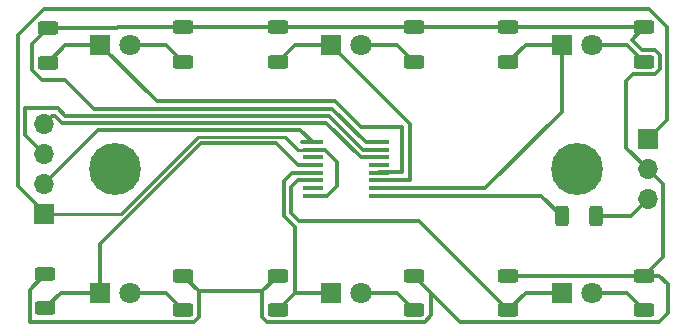
<source format=gbr>
%TF.GenerationSoftware,KiCad,Pcbnew,6.0.11-3.fc37*%
%TF.CreationDate,2023-02-25T11:37:34-07:00*%
%TF.ProjectId,lightPCB,6c696768-7450-4434-922e-6b696361645f,rev?*%
%TF.SameCoordinates,PX69db9c0PY6779420*%
%TF.FileFunction,Copper,L1,Top*%
%TF.FilePolarity,Positive*%
%FSLAX46Y46*%
G04 Gerber Fmt 4.6, Leading zero omitted, Abs format (unit mm)*
G04 Created by KiCad (PCBNEW 6.0.11-3.fc37) date 2023-02-25 11:37:34*
%MOMM*%
%LPD*%
G01*
G04 APERTURE LIST*
G04 Aperture macros list*
%AMRoundRect*
0 Rectangle with rounded corners*
0 $1 Rounding radius*
0 $2 $3 $4 $5 $6 $7 $8 $9 X,Y pos of 4 corners*
0 Add a 4 corners polygon primitive as box body*
4,1,4,$2,$3,$4,$5,$6,$7,$8,$9,$2,$3,0*
0 Add four circle primitives for the rounded corners*
1,1,$1+$1,$2,$3*
1,1,$1+$1,$4,$5*
1,1,$1+$1,$6,$7*
1,1,$1+$1,$8,$9*
0 Add four rect primitives between the rounded corners*
20,1,$1+$1,$2,$3,$4,$5,0*
20,1,$1+$1,$4,$5,$6,$7,0*
20,1,$1+$1,$6,$7,$8,$9,0*
20,1,$1+$1,$8,$9,$2,$3,0*%
G04 Aperture macros list end*
%TA.AperFunction,SMDPad,CuDef*%
%ADD10RoundRect,0.250000X0.625000X-0.312500X0.625000X0.312500X-0.625000X0.312500X-0.625000X-0.312500X0*%
%TD*%
%TA.AperFunction,ComponentPad*%
%ADD11R,1.800000X1.800000*%
%TD*%
%TA.AperFunction,ComponentPad*%
%ADD12C,1.800000*%
%TD*%
%TA.AperFunction,ComponentPad*%
%ADD13C,4.400000*%
%TD*%
%TA.AperFunction,ComponentPad*%
%ADD14R,1.700000X1.700000*%
%TD*%
%TA.AperFunction,ComponentPad*%
%ADD15O,1.700000X1.700000*%
%TD*%
%TA.AperFunction,SMDPad,CuDef*%
%ADD16RoundRect,0.250000X0.312500X0.625000X-0.312500X0.625000X-0.312500X-0.625000X0.312500X-0.625000X0*%
%TD*%
%TA.AperFunction,SMDPad,CuDef*%
%ADD17R,1.676400X0.355600*%
%TD*%
%TA.AperFunction,Conductor*%
%ADD18C,0.300000*%
%TD*%
%TA.AperFunction,Conductor*%
%ADD19C,0.250000*%
%TD*%
G04 APERTURE END LIST*
D10*
%TO.P,R12,1*%
%TO.N,Net-(LR3-Pad2)*%
X55000000Y24037500D03*
%TO.P,R12,2*%
%TO.N,Net-(U1-Pad16)*%
X55000000Y26962500D03*
%TD*%
D11*
%TO.P,LY2,1,K*%
%TO.N,Net-(U1-Pad5)*%
X28474968Y4500000D03*
D12*
%TO.P,LY2,2,A*%
%TO.N,Net-(LY2-Pad2)*%
X31014968Y4500000D03*
%TD*%
D10*
%TO.P,R9,1*%
%TO.N,Net-(LY3-Pad2)*%
X55000000Y3037500D03*
%TO.P,R9,2*%
%TO.N,Net-(U1-Pad16)*%
X55000000Y5962500D03*
%TD*%
%TO.P,R1,1*%
%TO.N,Net-(U1-Pad4)*%
X4300000Y3175000D03*
%TO.P,R1,2*%
%TO.N,Net-(U1-Pad16)*%
X4300000Y6100000D03*
%TD*%
D11*
%TO.P,LR2,1,K*%
%TO.N,Net-(U1-Pad11)*%
X28474968Y25500000D03*
D12*
%TO.P,LR2,2,A*%
%TO.N,Net-(LR2-Pad2)*%
X31014968Y25500000D03*
%TD*%
D13*
%TO.P,H1,1*%
%TO.N,N/C*%
X10199968Y15000000D03*
%TD*%
D14*
%TO.P,J2,1,Pin_1*%
%TO.N,GND*%
X55299968Y17525000D03*
D15*
%TO.P,J2,2,Pin_2*%
%TO.N,Net-(U1-Pad16)*%
X55299968Y14985000D03*
%TO.P,J2,3,Pin_3*%
%TO.N,Net-(J2-Pad3)*%
X55299968Y12445000D03*
%TD*%
D10*
%TO.P,R11,1*%
%TO.N,Net-(LR2-Pad2)*%
X35500000Y24075000D03*
%TO.P,R11,2*%
%TO.N,Net-(U1-Pad16)*%
X35500000Y27000000D03*
%TD*%
%TO.P,R7,1*%
%TO.N,Net-(LY1-Pad2)*%
X16000000Y3037500D03*
%TO.P,R7,2*%
%TO.N,Net-(U1-Pad16)*%
X16000000Y5962500D03*
%TD*%
D11*
%TO.P,LR3,1,K*%
%TO.N,Net-(U1-Pad10)*%
X48024968Y25500000D03*
D12*
%TO.P,LR3,2,A*%
%TO.N,Net-(LR3-Pad2)*%
X50564968Y25500000D03*
%TD*%
D10*
%TO.P,R10,1*%
%TO.N,Net-(LR1-Pad2)*%
X16000000Y24037500D03*
%TO.P,R10,2*%
%TO.N,Net-(U1-Pad16)*%
X16000000Y26962500D03*
%TD*%
%TO.P,R4,1*%
%TO.N,Net-(U1-Pad12)*%
X4500000Y23987500D03*
%TO.P,R4,2*%
%TO.N,Net-(U1-Pad16)*%
X4500000Y26912500D03*
%TD*%
D11*
%TO.P,LR1,1,K*%
%TO.N,Net-(U1-Pad12)*%
X8924968Y25500000D03*
D12*
%TO.P,LR1,2,A*%
%TO.N,Net-(LR1-Pad2)*%
X11464968Y25500000D03*
%TD*%
D10*
%TO.P,R5,1*%
%TO.N,Net-(U1-Pad11)*%
X24000000Y24037500D03*
%TO.P,R5,2*%
%TO.N,Net-(U1-Pad16)*%
X24000000Y26962500D03*
%TD*%
D13*
%TO.P,H2,1*%
%TO.N,N/C*%
X49299968Y15000000D03*
%TD*%
D16*
%TO.P,R13,1*%
%TO.N,Net-(J2-Pad3)*%
X50962500Y11000000D03*
%TO.P,R13,2*%
%TO.N,Net-(U1-Pad9)*%
X48037500Y11000000D03*
%TD*%
D10*
%TO.P,R3,1*%
%TO.N,Net-(U1-Pad6)*%
X43500000Y3037500D03*
%TO.P,R3,2*%
%TO.N,Net-(U1-Pad16)*%
X43500000Y5962500D03*
%TD*%
D14*
%TO.P,J1,1,Pin_1*%
%TO.N,GND*%
X4199968Y11200000D03*
D15*
%TO.P,J1,2,Pin_2*%
%TO.N,Net-(J1-Pad2)*%
X4199968Y13740000D03*
%TO.P,J1,3,Pin_3*%
%TO.N,Net-(U1-Pad15)*%
X4199968Y16280000D03*
%TO.P,J1,4,Pin_4*%
%TO.N,Net-(U1-Pad14)*%
X4199968Y18820000D03*
%TD*%
D10*
%TO.P,R2,1*%
%TO.N,Net-(U1-Pad5)*%
X24000000Y3037500D03*
%TO.P,R2,2*%
%TO.N,Net-(U1-Pad16)*%
X24000000Y5962500D03*
%TD*%
D17*
%TO.P,U1,1,VCCI*%
%TO.N,Net-(J1-Pad2)*%
X26925568Y17274999D03*
%TO.P,U1,2,ADDR*%
%TO.N,GND*%
X26925568Y16625001D03*
%TO.P,U1,3,\u002ARESET*%
%TO.N,unconnected-(U1-Pad3)*%
X26925568Y15974999D03*
%TO.P,U1,4,P0*%
%TO.N,Net-(U1-Pad4)*%
X26925568Y15325001D03*
%TO.P,U1,5,P1*%
%TO.N,Net-(U1-Pad5)*%
X26925568Y14675002D03*
%TO.P,U1,6,P2*%
%TO.N,Net-(U1-Pad6)*%
X26925568Y14025001D03*
%TO.P,U1,7,P3*%
%TO.N,unconnected-(U1-Pad7)*%
X26925568Y13375002D03*
%TO.P,U1,8,GND*%
%TO.N,GND*%
X26925568Y12725001D03*
%TO.P,U1,9,P4*%
%TO.N,Net-(U1-Pad9)*%
X32564368Y12725001D03*
%TO.P,U1,10,P5*%
%TO.N,Net-(U1-Pad10)*%
X32564368Y13374999D03*
%TO.P,U1,11,P6*%
%TO.N,Net-(U1-Pad11)*%
X32564368Y14025001D03*
%TO.P,U1,12,P7*%
%TO.N,Net-(U1-Pad12)*%
X32564368Y14674999D03*
%TO.P,U1,13,\u002AINT*%
%TO.N,unconnected-(U1-Pad13)*%
X32564368Y15324998D03*
%TO.P,U1,14,SCL*%
%TO.N,Net-(U1-Pad14)*%
X32564368Y15974999D03*
%TO.P,U1,15,SDA*%
%TO.N,Net-(U1-Pad15)*%
X32564368Y16624998D03*
%TO.P,U1,16,VCCP*%
%TO.N,Net-(U1-Pad16)*%
X32564368Y17274999D03*
%TD*%
D10*
%TO.P,R6,1*%
%TO.N,Net-(U1-Pad10)*%
X43500000Y24037500D03*
%TO.P,R6,2*%
%TO.N,Net-(U1-Pad16)*%
X43500000Y26962500D03*
%TD*%
D11*
%TO.P,LY3,1,K*%
%TO.N,Net-(U1-Pad6)*%
X48024968Y4500000D03*
D12*
%TO.P,LY3,2,A*%
%TO.N,Net-(LY3-Pad2)*%
X50564968Y4500000D03*
%TD*%
D10*
%TO.P,R8,1*%
%TO.N,Net-(LY2-Pad2)*%
X35500000Y3037500D03*
%TO.P,R8,2*%
%TO.N,Net-(U1-Pad16)*%
X35500000Y5962500D03*
%TD*%
D11*
%TO.P,LY1,1,K*%
%TO.N,Net-(U1-Pad4)*%
X8924968Y4500000D03*
D12*
%TO.P,LY1,2,A*%
%TO.N,Net-(LY1-Pad2)*%
X11464968Y4500000D03*
%TD*%
D18*
%TO.N,GND*%
X2000000Y13500000D02*
X4199968Y11300032D01*
D19*
X24609567Y17725000D02*
X17225000Y17725000D01*
D18*
X2000000Y26339949D02*
X2000000Y13500000D01*
X29000000Y15602799D02*
X27977798Y16625001D01*
D19*
X26925568Y16625001D02*
X25709566Y16625001D01*
D18*
X29000000Y13533434D02*
X29000000Y15602799D01*
X55299968Y17525000D02*
X56925000Y19150032D01*
D19*
X10700000Y11200000D02*
X4199968Y11200000D01*
D18*
X26925568Y12725001D02*
X28191567Y12725001D01*
X27977798Y16625001D02*
X26925568Y16625001D01*
X4160051Y28500000D02*
X2000000Y26339949D01*
X56925000Y26964949D02*
X55389949Y28500000D01*
D19*
X25709566Y16625001D02*
X24609567Y17725000D01*
X17225000Y17725000D02*
X10700000Y11200000D01*
D18*
X56925000Y19150032D02*
X56925000Y26964949D01*
X4199968Y11300032D02*
X4199968Y11200000D01*
X28191567Y12725001D02*
X29000000Y13533434D01*
X55389949Y28500000D02*
X4160051Y28500000D01*
%TO.N,Net-(J1-Pad2)*%
X26072740Y17274999D02*
X26925568Y17274999D01*
X8759968Y18300000D02*
X4199968Y13740000D01*
X26925568Y17274999D02*
X25900567Y18300000D01*
X25900567Y18300000D02*
X8759968Y18300000D01*
%TO.N,Net-(U1-Pad15)*%
X32564368Y16624998D02*
X31223530Y16624998D01*
X31223530Y16624998D02*
X28348528Y19500000D01*
X2600000Y17879968D02*
X4199968Y16280000D01*
X5380000Y20120000D02*
X2620000Y20120000D01*
X6000000Y19500000D02*
X5380000Y20120000D01*
X2620000Y20120000D02*
X2600000Y20100000D01*
X2600000Y20100000D02*
X2600000Y17879968D01*
X28348528Y19500000D02*
X6000000Y19500000D01*
%TO.N,Net-(U1-Pad14)*%
X5751472Y18900000D02*
X5151472Y19500000D01*
X4879968Y19500000D02*
X4199968Y18820000D01*
X31025001Y15974999D02*
X28100000Y18900000D01*
X32564368Y15974999D02*
X31025001Y15974999D01*
X5151472Y19500000D02*
X4879968Y19500000D01*
X28100000Y18900000D02*
X5751472Y18900000D01*
%TO.N,Net-(U1-Pad16)*%
X55914949Y25050000D02*
X56325000Y24639949D01*
X24037500Y27000000D02*
X24000000Y26962500D01*
X31422057Y17274999D02*
X28597056Y20100000D01*
X6000000Y22500000D02*
X4060051Y22500000D01*
X22675000Y4637500D02*
X24000000Y5962500D01*
X17325000Y4637500D02*
X16000000Y5962500D01*
X4300000Y6100000D02*
X2975000Y4775000D01*
X4060051Y22500000D02*
X3175000Y23385051D01*
X55000000Y26962500D02*
X53961764Y25924264D01*
X56599968Y13685000D02*
X55299968Y14985000D01*
X2975000Y2025000D02*
X3000000Y2000000D01*
X23085051Y2025000D02*
X36414949Y2025000D01*
X2975000Y4775000D02*
X2975000Y2025000D01*
X43500000Y26962500D02*
X35537500Y26962500D01*
X54836028Y25050000D02*
X55914949Y25050000D01*
X55000000Y5962500D02*
X43500000Y5962500D01*
X56325000Y24639949D02*
X56325000Y23435051D01*
X10412500Y26912500D02*
X4500000Y26912500D01*
X17325000Y2435051D02*
X17325000Y4637500D01*
X53961764Y25924264D02*
X54836028Y25050000D01*
X22675000Y2435051D02*
X23085051Y2025000D01*
X22675000Y4637500D02*
X22675000Y2435051D01*
X16889949Y2000000D02*
X17325000Y2435051D01*
X35537500Y26962500D02*
X35500000Y27000000D01*
X10462500Y26962500D02*
X10412500Y26912500D01*
X3000000Y2000000D02*
X16889949Y2000000D01*
X56287500Y5962500D02*
X55000000Y5962500D01*
X55914949Y23025000D02*
X54085051Y23025000D01*
X39437500Y2025000D02*
X56219974Y2025000D01*
X56325000Y23435051D02*
X55914949Y23025000D01*
X32564368Y17274999D02*
X31422057Y17274999D01*
X56599968Y7562468D02*
X56599968Y13685000D01*
X16000000Y26962500D02*
X10462500Y26962500D01*
X17325000Y4637500D02*
X22675000Y4637500D01*
X55000000Y5962500D02*
X56599968Y7562468D01*
X37000000Y4462500D02*
X35500000Y5962500D01*
X53500000Y22439949D02*
X53500000Y16784968D01*
X24000000Y26962500D02*
X16000000Y26962500D01*
X36414949Y2025000D02*
X37000000Y2610051D01*
X53500000Y16784968D02*
X55299968Y14985000D01*
X8400000Y20100000D02*
X6000000Y22500000D01*
X57000000Y2805026D02*
X57000000Y5250000D01*
X4437500Y5962500D02*
X4300000Y6100000D01*
X43500000Y26962500D02*
X55000000Y26962500D01*
X57000000Y5250000D02*
X56287500Y5962500D01*
X54085051Y23025000D02*
X53500000Y22439949D01*
X3175000Y23385051D02*
X3175000Y25587500D01*
X35500000Y27000000D02*
X24037500Y27000000D01*
X37000000Y2610051D02*
X37000000Y4462500D01*
X35500000Y5962500D02*
X39437500Y2025000D01*
X56219974Y2025000D02*
X57000000Y2805026D01*
X28597056Y20100000D02*
X8400000Y20100000D01*
X3175000Y25587500D02*
X4500000Y26912500D01*
%TO.N,Net-(J2-Pad3)*%
X50962500Y11000000D02*
X53854968Y11000000D01*
X53854968Y11000000D02*
X55299968Y12445000D01*
%TO.N,Net-(U1-Pad12)*%
X32542169Y14697198D02*
X32564368Y14674999D01*
X34500000Y18500000D02*
X34500000Y14697198D01*
X28845584Y20700000D02*
X31045584Y18500000D01*
X31045584Y18500000D02*
X34500000Y18500000D01*
X8924968Y25500000D02*
X13724968Y20700000D01*
X34500000Y14697198D02*
X32542169Y14697198D01*
X13724968Y20700000D02*
X28845584Y20700000D01*
X6012500Y25500000D02*
X8924968Y25500000D01*
X4500000Y23987500D02*
X6012500Y25500000D01*
%TO.N,Net-(LR1-Pad2)*%
X16000000Y24037500D02*
X14537500Y25500000D01*
X14537500Y25500000D02*
X11464968Y25500000D01*
%TO.N,Net-(U1-Pad11)*%
X25462500Y25500000D02*
X28474968Y25500000D01*
X24000000Y24037500D02*
X25462500Y25500000D01*
X28474968Y25500000D02*
X35173529Y18801439D01*
X35173529Y14025001D02*
X32564368Y14025001D01*
X35173529Y18801439D02*
X35173529Y14025001D01*
%TO.N,Net-(LR2-Pad2)*%
X35500000Y24075000D02*
X34075000Y25500000D01*
X34075000Y25500000D02*
X31014968Y25500000D01*
%TO.N,Net-(U1-Pad10)*%
X48024968Y25500000D02*
X48024968Y19827912D01*
X41572055Y13374999D02*
X32564368Y13374999D01*
X48024968Y19827912D02*
X41572055Y13374999D01*
X43500000Y24037500D02*
X44962500Y25500000D01*
X44962500Y25500000D02*
X48024968Y25500000D01*
%TO.N,Net-(LR3-Pad2)*%
X53537500Y25500000D02*
X50564968Y25500000D01*
X55000000Y24037500D02*
X53537500Y25500000D01*
%TO.N,Net-(U1-Pad4)*%
X8924968Y4500000D02*
X8924968Y8611796D01*
X4300000Y3175000D02*
X5625000Y4500000D01*
X25659566Y15325001D02*
X26925568Y15325001D01*
X8924968Y8611796D02*
X17463172Y17150000D01*
X5625000Y4500000D02*
X8924968Y4500000D01*
X17463172Y17150000D02*
X23834567Y17150000D01*
X23834567Y17150000D02*
X25659566Y15325001D01*
%TO.N,Net-(LY1-Pad2)*%
X14537500Y4500000D02*
X11464968Y4500000D01*
X16000000Y3037500D02*
X14537500Y4500000D01*
%TO.N,Net-(U1-Pad5)*%
X25175002Y14675002D02*
X26925568Y14675002D01*
X25462500Y4500000D02*
X28474968Y4500000D01*
X24000000Y3037500D02*
X25462500Y4500000D01*
X25462500Y10037500D02*
X24500000Y11000000D01*
X25462500Y4500000D02*
X25462500Y10037500D01*
X24500000Y11000000D02*
X24500000Y14000000D01*
X24500000Y14000000D02*
X25175002Y14675002D01*
%TO.N,Net-(LY2-Pad2)*%
X35500000Y3037500D02*
X34037500Y4500000D01*
X34037500Y4500000D02*
X31014968Y4500000D01*
%TO.N,Net-(U1-Pad6)*%
X44962500Y4500000D02*
X48024968Y4500000D01*
X35957500Y10580000D02*
X25768528Y10580000D01*
X25659567Y14025001D02*
X26925568Y14025001D01*
X25100000Y13465434D02*
X25659567Y14025001D01*
X43500000Y3037500D02*
X35957500Y10580000D01*
X25768528Y10580000D02*
X25100000Y11248528D01*
X25100000Y11248528D02*
X25100000Y13465434D01*
X43500000Y3037500D02*
X44962500Y4500000D01*
%TO.N,Net-(LY3-Pad2)*%
X53537500Y4500000D02*
X50564968Y4500000D01*
X55000000Y3037500D02*
X53537500Y4500000D01*
%TO.N,Net-(U1-Pad9)*%
X32564368Y12725001D02*
X46312499Y12725001D01*
X46312499Y12725001D02*
X48037500Y11000000D01*
%TD*%
M02*

</source>
